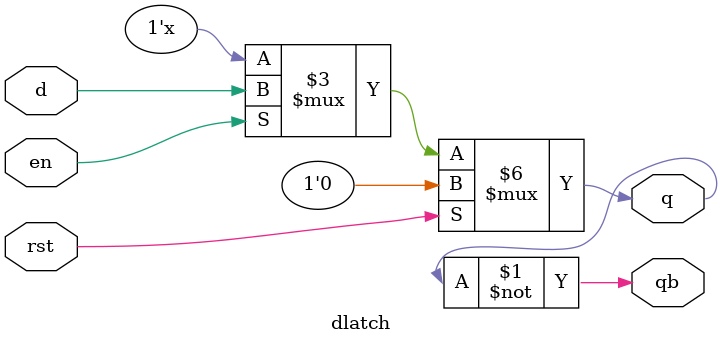
<source format=v>
module dlatch(d,en,rst,q,qb);
    input d,en,rst;
    output qb;
    output reg q;   //for memory we need reg
     
     assign qb = ~q;
    //here is latch so no need of clk

    always @(*) begin
        if (rst) begin
            q<=0;
        end
        
        else begin
            if (en) begin
                q<=d;
            end
        end
    end
endmodule
</source>
